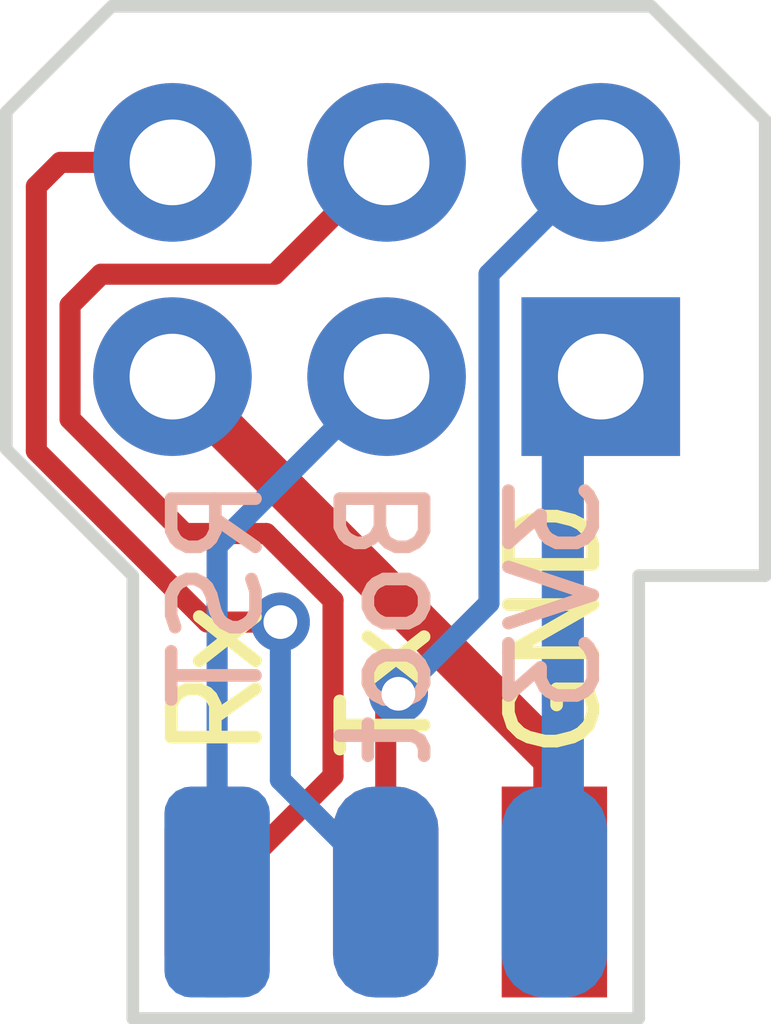
<source format=kicad_pcb>
(kicad_pcb (version 20220225) (generator pcbnew)
  (title_block (comment 4 "AISLER Project ID: RDDFBOKT"))
  (layers (0 "F.Cu" signal) (31 "B.Cu" signal) (34 "B.Paste" user) (35 "F.Paste" user) (36 "B.SilkS" user "B.Silkscreen") (37 "F.SilkS" user "F.Silkscreen") (38 "B.Mask" user) (39 "F.Mask" user) (44 "Edge.Cuts" user))
  (net 0 "")
  (net 1 "/GND")
  (net 2 "/Tx")
  (net 3 "/Rx")
  (net 4 "/3V3")
  (net 5 "/Boot0")
  (net 6 "/RST")
  (footprint "localstuff:Prog-Solder-2side" (layer "F.Cu") (at 32 38.25 90)
    (fp_text reference "J1" hide)
    (fp_text value "Conn_01x06" hide)
    (fp_text user "RST" (at 5 -2 90 unlocked) (layer "B.SilkS") (effects (justify left mirror)))
    (fp_text user "3V3" (at 5 2 90 unlocked) (layer "B.SilkS") (effects (justify left mirror)))
    (fp_text user "Boot" (at 5 0 90 unlocked) (layer "B.SilkS") (effects (justify left mirror)))
    (fp_text user "Tx" (at 1.5 0 90 unlocked) (layer "F.SilkS") (effects (justify left)))
    (fp_text user "Rx" (at 1.5 -2 90 unlocked) (layer "F.SilkS") (effects (justify left)))
    (fp_text user "GND" (at 1.5 2 90 unlocked) (layer "F.SilkS") (effects (justify left)))
    (pad "1" smd rect (at 0 2 90) (size 2.5 1.25) (layers "F.Cu" "F.Mask") (net 1 "/GND"))
    (pad "2" smd roundrect (at 0 0 90) (size 2.5 1.25) (layers "F.Cu" "F.Mask") (roundrect_rratio 0.4) (net 2 "/Tx"))
    (pad "3" smd roundrect (at 0 -2 90) (size 2.5 1.25) (layers "F.Cu" "F.Mask") (roundrect_rratio 0.4) (net 3 "/Rx"))
    (pad "4" smd roundrect (at 0 2 90) (size 2.5 1.25) (layers "B.Cu" "B.Mask") (roundrect_rratio 0.4) (net 4 "/3V3"))
    (pad "5" smd roundrect (at 0 0 90) (size 2.5 1.25) (layers "B.Cu" "B.Mask") (roundrect_rratio 0.4) (net 5 "/Boot0"))
    (pad "6" smd roundrect (at 0 -2 90) (size 2.5 1.25) (layers "B.Cu" "B.Mask") (net 6 "/RST"))
  )
  (footprint "localstuff:2X3-NS" (layer "B.Cu") (at 32.01 30.87 180)
    (fp_text reference "Prog1" hide)
    (fp_text value "PogoPad" hide)
    (pad "1" thru_hole rect locked (at -2.54 -1.27 180) (size 1.8796 1.8796) (drill 1.016) (layers *.Cu *.Mask) (net 4 "/3V3"))
    (pad "2" thru_hole circle locked (at -2.54 1.27 180) (size 1.8796 1.8796) (drill 1.016) (layers *.Cu *.Mask) (net 2 "/Tx"))
    (pad "3" thru_hole circle locked (at 0 -1.27 180) (size 1.8796 1.8796) (drill 1.016) (layers *.Cu *.Mask) (net 6 "/RST"))
    (pad "4" thru_hole circle locked (at 0 1.27 180) (size 1.8796 1.8796) (drill 1.016) (layers *.Cu *.Mask) (net 3 "/Rx"))
    (pad "5" thru_hole circle locked (at 2.54 -1.27 180) (size 1.8796 1.8796) (drill 1.016) (layers *.Cu *.Mask) (net 1 "/GND"))
    (pad "6" thru_hole circle locked (at 2.54 1.27 180) (size 1.8796 1.8796) (drill 1.016) (layers *.Cu *.Mask) (net 5 "/Boot0"))
  )
  (gr_line (start 29 39.75) (end 35 39.75) (stroke (width 0.15)) (layer "Edge.Cuts"))
  (gr_line (start 35.15 27.75) (end 36.5 29.1) (stroke (width 0.15)) (layer "Edge.Cuts"))
  (gr_line (start 28.75 27.75) (end 27.5 29) (stroke (width 0.15)) (layer "Edge.Cuts"))
  (gr_line (start 35 39.75) (end 35 34.5) (stroke (width 0.15)) (layer "Edge.Cuts"))
  (gr_line (start 29 34.5) (end 29 39.75) (stroke (width 0.15)) (layer "Edge.Cuts"))
  (gr_line (start 27.5 33) (end 29 34.5) (stroke (width 0.15)) (layer "Edge.Cuts"))
  (gr_line (start 36.5 34.5) (end 36.5 29.1) (stroke (width 0.15)) (layer "Edge.Cuts"))
  (gr_line (start 35 34.5) (end 36.5 34.5) (stroke (width 0.15)) (layer "Edge.Cuts"))
  (gr_line (start 27.5 29) (end 27.5 33) (stroke (width 0.15)) (layer "Edge.Cuts"))
  (gr_line (start 35.15 27.75) (end 28.75 27.75) (stroke (width 0.15)) (layer "Edge.Cuts"))
  (segment (start 34 36.67) (end 29.47 32.14) (width 0.5) (layer "F.Cu") (net 1))
  (segment (start 34 38.25) (end 34 36.67) (width 0.5) (layer "F.Cu") (net 1))
  (segment (start 32 38.25) (end 32 36.05) (width 0.25) (layer "F.Cu") (net 2))
  (segment (start 32 36.05) (end 32.15 35.9) (width 0.25) (layer "F.Cu") (net 2))
  (via (at 32.15 35.9) (size 0.7) (drill 0.4) (layers "F.Cu" "B.Cu") (net 2))
  (segment (start 33.224311 30.925689) (end 34.55 29.6) (width 0.25) (layer "B.Cu") (net 2))
  (segment (start 32.15 35.9) (end 33.224311 34.825689) (width 0.25) (layer "B.Cu") (net 2))
  (segment (start 33.224311 34.825689) (end 33.224311 30.925689) (width 0.25) (layer "B.Cu") (net 2))
  (segment (start 30.684311 30.925689) (end 32.01 29.6) (width 0.25) (layer "F.Cu") (net 3))
  (segment (start 29.612704 34) (end 28.255689 32.642985) (width 0.25) (layer "F.Cu") (net 3))
  (segment (start 31.374511 36.875489) (end 31.374511 34.791318) (width 0.25) (layer "F.Cu") (net 3))
  (segment (start 28.624311 30.925689) (end 30.684311 30.925689) (width 0.25) (layer "F.Cu") (net 3))
  (segment (start 28.255689 32.642985) (end 28.255689 31.294311) (width 0.25) (layer "F.Cu") (net 3))
  (segment (start 30 38.25) (end 31.374511 36.875489) (width 0.25) (layer "F.Cu") (net 3))
  (segment (start 28.255689 31.294311) (end 28.624311 30.925689) (width 0.25) (layer "F.Cu") (net 3))
  (segment (start 31.374511 34.791318) (end 30.583193 34) (width 0.25) (layer "F.Cu") (net 3))
  (segment (start 30.583193 34) (end 29.612704 34) (width 0.25) (layer "F.Cu") (net 3))
  (segment (start 34.1 38.15) (end 34.1 32.59) (width 0.5) (layer "B.Cu") (net 4))
  (segment (start 34.1 32.59) (end 34.55 32.14) (width 0.5) (layer "B.Cu") (net 4))
  (segment (start 34 38.25) (end 34.1 38.15) (width 0.5) (layer "B.Cu") (net 4))
  (segment (start 30.75 35.05) (end 29.885006 35.05) (width 0.25) (layer "F.Cu") (net 5))
  (segment (start 27.856179 33.021173) (end 27.856179 29.884744) (width 0.25) (layer "F.Cu") (net 5))
  (segment (start 29.885006 35.05) (end 27.856179 33.021173) (width 0.25) (layer "F.Cu") (net 5))
  (segment (start 27.856179 29.884744) (end 28.140923 29.6) (width 0.25) (layer "F.Cu") (net 5))
  (segment (start 28.140923 29.6) (end 29.47 29.6) (width 0.25) (layer "F.Cu") (net 5))
  (via (at 30.75 35.05) (size 0.7) (drill 0.4) (layers "F.Cu" "B.Cu") (net 5))
  (segment (start 30.75 36.919829) (end 30.75 35.05) (width 0.25) (layer "B.Cu") (net 5))
  (segment (start 32 38.169829) (end 30.75 36.919829) (width 0.25) (layer "B.Cu") (net 5))
  (segment (start 32 38.25) (end 32 38.169829) (width 0.25) (layer "B.Cu") (net 5))
  (segment (start 30 34.15) (end 32.01 32.14) (width 0.25) (layer "B.Cu") (net 6))
  (segment (start 30 38.25) (end 30 34.15) (width 0.25) (layer "B.Cu") (net 6))
)
</source>
